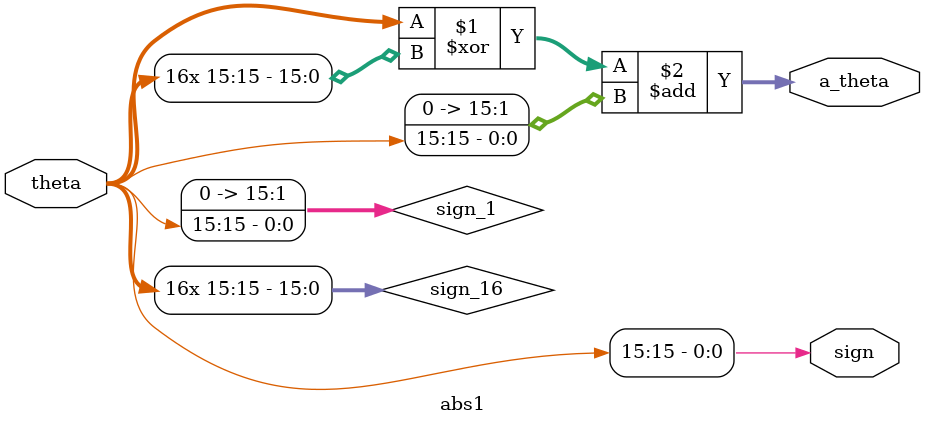
<source format=v>

`timescale 1ns / 1ps


module flow(
    input clk,
    input [15:0] theta0,
    output reg [15:0] cosh_r,
    output reg [15:0] sinh_r
    );


   
    reg [15:0] X0,Y0;
   
    wire [15:0] X1, Y1, X2, Y2, X3, Y3;
    wire [15:0] theta1, theta2, theta3;
//    wire [15:0] theta1, theta2, theta3;
    wire [15:0] cosh, sinh;
    reg [15:0] X1_r, Y1_r, X2_r, Y2_r, X3_r, Y3_r;
    reg [15:0] theta1_r, theta2_r, theta3_r;
      
      //wire [15:0]t_abs;
      //wire s_bit;
      
      //abs1 inst(theta0,t_abs, s_bit);
      
      stage_1 s1(X0, Y0, theta0, X1, Y1, theta1);
      
      stage_2 s2(X1_r, Y1_r, theta1_r, X2, Y2, theta2);

      stage_3 s3(X2_r, Y2_r, theta2_r, X3, Y3, theta3);
      
      stage_4 s4(X3_r, Y3_r, theta3_r, cosh, sinh);

      
      always@(posedge clk)
      begin
      
        
         Y0 <= 16'b0;
         X0 <= 16'b0100000000000000;
        
         theta1_r <= theta1;
         theta2_r <= theta2;
         theta3_r <= theta3;
        
        // X0 <= a[15:0];
         X1_r <= X1;
       X2_r <= X2;
       X3_r <= X3;
            
      // Y0 <= a[31:16];      
       Y1_r <= Y1;
       Y2_r <= Y2;
       Y3_r <= Y3;
       
       cosh_r <= cosh;
       sinh_r <= sinh;
      
      end
      
      
   
endmodule





//stage 1

module stage_1(
      input [15:0] X0, Y0, t0,
      output reg [15:0] X1, Y1, t1);

      wire [15:0] t_abs;
      wire s_bit;
      
      wire [15:0] xs, xc, ys, yc;
      
      
      (*DONT_TOUCH = "YES"*) abs1 inst1 (t0, t_abs, s_bit);
      (*DONT_TOUCH = "YES"*) shift_1 inst2  (X0,Y0,xc,ys);
      (*DONT_TOUCH = "YES"*) shift_1 inst3 (Y0,X0,yc,xs);
      
      
      //wire [15:0] xs_c,ys_c;
      //two_c inst_c1(xs,ys,xs_c,ys_c);
      
      
      
      always@(*)begin
            if(t_abs <=16'b0001000000000000)
            begin
                  X1 = X0;
                  Y1 = Y0;
                  t1 = t0;    
            end
            else
            begin
                 X1 = (s_bit) ? xc-ys : xc+ys ;
                 //X1 = xc+ys;
                 Y1 = (s_bit) ? yc-xs : yc+xs ;
                 t1 = (s_bit) ? t0 +16'b0010000000000000 : t0 - 16'b0010000000000000 ;
            end
            
            
            
      end

endmodule



// stage 2

module stage_2(
      input [15:0]X,Y,t,
      output reg [15:0] Xn, Yn, tn);
      
      wire [15:0] t_abs;
      wire s_bit;
      
      (*DONT_TOUCH = "YES"*) abs1 inst4(t,t_abs,s_bit);
      
      wire [15:0] xc,ys, yc, xs;
      
      (*DONT_TOUCH = "YES"*) shift_2 inst5(X,Y,t_abs,xc,ys);
      (*DONT_TOUCH = "YES"*) shift_2 inst6(Y,X,t_abs,yc,xs);
      
      
      //wire [15:0] xs_c,ys_c;
      //two_c inst_c2(xs,ys,xs_c,ys_c);
      
      
      always@(*)begin
            if(t_abs <= 16'b0000010000000000)
            begin
                  Xn = X;
                  Yn = Y;
                  tn = t;
                  
            end
            else
            begin
            
                  Xn = (s_bit)? (xc-ys) : (xc+ys) ;
                  //Xn = xc + ys;
                  Yn = (s_bit)? (yc-xs) : (yc+xs) ;
                  
                  if (t_abs > 16'b0000110000000000)
                  begin
                        tn = (s_bit) ? (t+16'b0001000000000000) : (t-16'b0001000000000000) ;
                  end
                  else
                  begin
                        tn = (s_bit) ? (t+16'b0000100000000000) : (t-16'b0000100000000000) ;
                  end
                  
            end
      end
      
      
endmodule

// stage 3

module stage_3(
      input [15:0]X,Y,t,
      output reg [15:0] Xn, Yn, tn);
      
      wire [15:0] t_abs;
      wire s_bit;
      
      (*DONT_TOUCH = "YES"*) abs1 inst7(t,t_abs,s_bit);
      
      wire [15:0] xc,ys, yc, xs;
      
      (*DONT_TOUCH = "YES"*) shift_3 inst8(X,Y,t_abs,xc,ys);
      (*DONT_TOUCH = "YES"*) shift_3 inst9(Y,X,t_abs,yc,xs);
      
      //wire [15:0] xs_c,ys_c;
      //two_c inst_c3(xs,ys,xs_c,ys_c);
      
      
      always@(*)begin
            if(t_abs <= 16'b0000000100000000)
            begin
                  Xn = X;
                  Yn = Y;
                  tn = t;
                  
            end
            else
            begin
            
                  Xn = (s_bit)? (xc-ys) : (xc+ys) ;
                  //Xn = xc+ys;
                  Yn = (s_bit)? (yc-xs) : (yc+xs) ;
                  
                  if (t_abs > 16'b0000001100000000)
                  begin
                        tn = (s_bit) ? (t+16'b0000010000000000) : (t-16'b0000010000000000) ;
                  end
                  else
                  begin
                        tn = (s_bit) ? (t+16'b0000001000000000) : (t-16'b0000001000000000) ;
                  end
                  
            end
      end
      
      
endmodule


//// stage 4

// stage 4




module stage_4(
      input [15:0] X,Y,t,
      output [15:0] Xn, Yn);
      
      wire [15:0] t_abs;
      wire s_bit;
      
      //wire [3:0] kc;
      
      (*DONT_TOUCH = "YES"*)abs1 inst10(t,t_abs,s_bit);
      
      //assign kc = 4'b0001;  
      //assign ks = 4'b0001;
      
      wire [15:0] X_sh, Y_sh;
      
      assign X_sh = (X>>7);
      assign Y_sh = (Y>>>7);
      
      assign Xn = (s_bit) ? (X + (X>>13) -Y_sh) : (X + (X>>13) +Y_sh) ;
      assign Yn = (s_bit) ? (Y + (Y>>>13) -X_sh) : (Y + (Y>>>13) +X_sh) ; //Yn_t
      
      //to determine residual error
//    wire [15:0] r_an;
//    assign r_an = (s_bit)? (t + 16'b0000000010000000) : (t - 16'b0000000010000000);
      
      
endmodule


// shift 1

module shift_1 (
      input [15:0] x,y,
      output [15:0] xs, ys);
      
      //sinh shift
      
      //wire [15:0] ws1, ws2, ws3;
      
      //assign ws1 = (y>>2) + y;
      //assign ws2 = (y>>6) + (ws1>>4) + ws1;
      //assign ws3 = (ws2>>5) + y;
      //assign ys = (ws3>>1); //(rsinh(2^-1))

      assign ys = (y>>>1) + (y>>>6) + (y>>>8) + (y>>>10) + (y>>>11);
      
      
      
      //cosh shift
      
      //wire [15:0] wc1, wc2, wc3;
      
      //assign wc1 = (x>>3) + x;
      //assign wc2 = (x>>2) + x;  
      //assign wc3 = (wc2>>2) + x;
      //assign xs = (wc3>>9) + wc1; //(rcosh(2^-1))
   
      assign xs = (x) + (x>>3) + (x>>9) + (x>>11) + (x>>13) + (x>>15);
      
endmodule

// shift 2

module shift_2(
      input [15:0] x,y,
      input [15:0] t_abs,
      output [15:0] sx,sy);
      
      
      //cosh shift
      //wire [15:0] wc1, wc2, wc3, wc4;
      
      //assign wc1 = (x>>8) + x;
      //assign wc2 = (wc1>>5);
      //assign wc3 = (x>>7);
      
      //assign wc4 = (t_abs  > 16'b0000110000000000) ? wc2 : wc3 ;
      //assign sx = wc4 + x;
      
      wire [15:0] sx_1, sx_2;
      
      assign sx_1 = (x) + (x>>5) + (x>>13) + (x>>15);
      assign sx_2 = (x) + (x>>7);
      
      assign sx = (t_abs  > 16'b0000110000000000) ? sx_1 : sx_2;
      
      //sinh shift
      //wire [15:0] ws1, ws2,ws3, ws4;
      
      //assign ws1 = (y>>9) + y;
      //assign ws2 = (ws1>>3);
      
      //assign ws3 = (((y>>4) + y) >>7) + ws1;
      //assign ws4 = (ws3>>2);
      
      //assign sy = (t_abs  > 16'b0000110000000000) ? ws4 : ws2 ;
      
      wire [15:0] sy_1, sy_2;
      
      assign sy_1 = (y>>>2) + (y>>>9) + (y>>>11) + (y>>>13) + (y>>>15);
      assign sy_2 = (y>>>3) + (y>>>12) + (y>>>14);
      
      assign sy = (t_abs  > 16'b0000110000000000) ? sy_1 : sy_2;
      
endmodule

// shift 3

module shift_3(
      input[15:0]x,y,
      input [15:0] t_abs,
      output [15:0] sx,sy);

            
      //cosh
      //wire [15:0] wc1;
      
      //assign wc1 = (t_abs > 16'b0000001100000000)?(x>>9):(x>>11);
      //assign sx = wc1 + x;
      
      wire [15:0] sx_1, sx_2;
      
      assign sx_1 = (x) + (x>>9);
      assign sx_2 = (x) + (x>>11);
      
      assign sx = (t_abs  > 16'b0000001100000000) ? sx_1 : sx_2;
      
      //sinh
      
      //assign sy = (t_abs > 16'b0000001100000000)?(y>>4):(y>>5);
      
      wire [15:0] sy_1, sy_2;
      
      assign sy_1 = (y>>>4) + (y>>>15);
      assign sy_2 = (y>>>5);
      
      assign sy = (t_abs  > 16'b0000001100000000) ? sy_1 : sy_2;
      
endmodule

// absolute value

module abs1(
      input [15:0] theta,
      output [15:0] a_theta,
      output sign);
      

      
      wire [15:0] sign_16;
      wire [15:0] sign_1;
      assign sign = theta[15];

    //wire [14:0] sign_15;    
      //assign sign_15 = {15{theta[15]}};
      
      
      assign sign_16 = {16{theta[15]}};
      assign sign_1 = {15'b0 , theta[15]};
      
      assign a_theta = (theta^sign_16) + sign_1;
      
      
      
      //assign a_theta = {1'b0, (theta[14:0]^sign_15)} + sign_1 ;
      
endmodule


</source>
